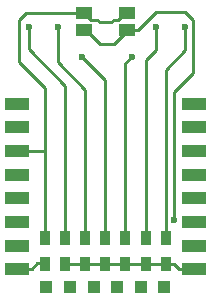
<source format=gtl>
%TF.GenerationSoftware,KiCad,Pcbnew,4.0.6*%
%TF.CreationDate,2017-07-18T22:34:41+03:00*%
%TF.ProjectId,esp12_1button_6leds,65737031325F31627574746F6E5F366C,rev?*%
%TF.FileFunction,Copper,L1,Top,Signal*%
%FSLAX46Y46*%
G04 Gerber Fmt 4.6, Leading zero omitted, Abs format (unit mm)*
G04 Created by KiCad (PCBNEW 4.0.6) date 07/18/17 22:34:41*
%MOMM*%
%LPD*%
G01*
G04 APERTURE LIST*
%ADD10C,0.100000*%
%ADD11R,1.000000X1.000000*%
%ADD12R,0.900000X1.200000*%
%ADD13R,1.400000X1.050000*%
%ADD14C,0.600000*%
%ADD15C,0.250000*%
G04 APERTURE END LIST*
D10*
D11*
X-16798900Y-8603600D03*
X-16798900Y-10603600D03*
X-15798900Y-10603600D03*
X-16798900Y-12603600D03*
X-16798900Y-14603600D03*
X-16798900Y-16603600D03*
X-16798900Y-18603600D03*
X-16798900Y-20603600D03*
X-16798900Y-22603600D03*
X-15798900Y-12603600D03*
X-15798900Y-14603600D03*
X-15798900Y-16603600D03*
X-15798900Y-18603600D03*
X-15798900Y-20603600D03*
X-15798900Y-22603600D03*
X-15798900Y-8603600D03*
X-13798900Y-24103600D03*
X-11798900Y-24103600D03*
X-9798900Y-24103600D03*
X-7798900Y-24103600D03*
X-5798900Y-24103600D03*
X-3798900Y-24103600D03*
X-798900Y-22603600D03*
X-798900Y-20603600D03*
X-798900Y-18603600D03*
X-798900Y-16603600D03*
X-798900Y-14603600D03*
X-798900Y-12603600D03*
X-798900Y-10603600D03*
X-798900Y-8603600D03*
X-1798900Y-22603600D03*
X-1798900Y-20603600D03*
X-1798900Y-18603600D03*
X-1798900Y-16603600D03*
X-1798900Y-14603600D03*
X-1798900Y-12603600D03*
X-1798900Y-10603600D03*
X-1798900Y-8603600D03*
D12*
X-13900000Y-22150000D03*
X-13900000Y-19950000D03*
X-12200000Y-19950000D03*
X-12200000Y-22150000D03*
X-10500000Y-19950000D03*
X-10500000Y-22150000D03*
X-8800000Y-19950000D03*
X-8800000Y-22150000D03*
X-7100000Y-19950000D03*
X-7100000Y-22150000D03*
X-5400000Y-19950000D03*
X-5400000Y-22150000D03*
X-3700000Y-19950000D03*
X-3700000Y-22150000D03*
D13*
X-10598900Y-2342200D03*
X-6998900Y-2342200D03*
X-10598900Y-902200D03*
X-6998900Y-902200D03*
D14*
X-15300000Y-2100000D03*
X-12800000Y-2100000D03*
X-10800000Y-4600000D03*
X-6550000Y-4600000D03*
X-4550000Y-2100000D03*
X-2050000Y-2100000D03*
X-3000000Y-18400000D03*
D15*
X-12200000Y-7100000D02*
X-12200000Y-19100000D01*
X-15300000Y-2100000D02*
X-15300000Y-4000000D01*
X-15300000Y-4000000D02*
X-12200000Y-7100000D01*
X-12200000Y-19100000D02*
X-12200000Y-19950000D01*
X-10500000Y-7400000D02*
X-12800000Y-5100000D01*
X-12800000Y-5100000D02*
X-12800000Y-2100000D01*
X-10500000Y-19950000D02*
X-10500000Y-7400000D01*
X-8800000Y-19950000D02*
X-8800000Y-6600000D01*
X-8800000Y-6600000D02*
X-10800000Y-4600000D01*
X-7100000Y-19950000D02*
X-7100000Y-5150000D01*
X-7100000Y-5150000D02*
X-6550000Y-4600000D01*
X-4550000Y-2100000D02*
X-4550000Y-4050000D01*
X-4550000Y-4050000D02*
X-5400000Y-4900000D01*
X-5400000Y-4900000D02*
X-5400000Y-19950000D01*
X-3700000Y-19950000D02*
X-3700000Y-5700000D01*
X-3700000Y-5700000D02*
X-2050000Y-4050000D01*
X-2050000Y-4050000D02*
X-2050000Y-2100000D01*
X-14550000Y-22104700D02*
X-13945300Y-22104700D01*
X-13945300Y-22104700D02*
X-13900000Y-22150000D01*
X-15798900Y-22603600D02*
X-15048900Y-22603600D01*
X-15048900Y-22603600D02*
X-14550000Y-22104700D01*
X-13900000Y-7300000D02*
X-13900000Y-12600000D01*
X-16100000Y-1500000D02*
X-16100000Y-5100000D01*
X-16100000Y-5100000D02*
X-13900000Y-7300000D01*
X-15502200Y-902200D02*
X-16100000Y-1500000D01*
X-10598900Y-902200D02*
X-15502200Y-902200D01*
X-7692199Y-1492199D02*
X-8092199Y-1492199D01*
X-8092199Y-1492199D02*
X-8300000Y-1700000D01*
X-6998900Y-902200D02*
X-7102200Y-902200D01*
X-7102200Y-902200D02*
X-7692199Y-1492199D01*
X-9300000Y-1700000D02*
X-8300000Y-1700000D01*
X-9507801Y-1492199D02*
X-9300000Y-1700000D01*
X-10008901Y-1492199D02*
X-9507801Y-1492199D01*
X-10598900Y-902200D02*
X-10008901Y-1492199D01*
X-13900000Y-12600000D02*
X-13900000Y-19100000D01*
X-16798900Y-12603600D02*
X-13903600Y-12603600D01*
X-13903600Y-12603600D02*
X-13900000Y-12600000D01*
X-13900000Y-19100000D02*
X-13900000Y-19950000D01*
X-3000000Y-7600000D02*
X-3000000Y-18400000D01*
X-1400000Y-6000000D02*
X-3000000Y-7600000D01*
X-1400000Y-1500000D02*
X-1400000Y-6000000D01*
X-2100000Y-800000D02*
X-1400000Y-1500000D01*
X-4506700Y-800000D02*
X-2100000Y-800000D01*
X-6998900Y-2342200D02*
X-6048900Y-2342200D01*
X-6048900Y-2342200D02*
X-4506700Y-800000D01*
X-8100000Y-3500000D02*
X-9266100Y-3500000D01*
X-6998900Y-2398900D02*
X-8100000Y-3500000D01*
X-6998900Y-2342200D02*
X-6998900Y-2398900D01*
X-10598900Y-2342200D02*
X-10423900Y-2342200D01*
X-10423900Y-2342200D02*
X-9266100Y-3500000D01*
X-2900000Y-22252500D02*
X-2900000Y-22250000D01*
X-2900000Y-22250000D02*
X-3000000Y-22150000D01*
X-3000000Y-22150000D02*
X-3700000Y-22150000D01*
X-1798900Y-22603600D02*
X-2548900Y-22603600D01*
X-2548900Y-22603600D02*
X-2900000Y-22252500D01*
X-3700000Y-22150000D02*
X-5400000Y-22150000D01*
X-7100000Y-22150000D02*
X-5400000Y-22150000D01*
X-8800000Y-22150000D02*
X-7100000Y-22150000D01*
X-10500000Y-22150000D02*
X-8800000Y-22150000D01*
X-12200000Y-22150000D02*
X-10500000Y-22150000D01*
M02*

</source>
